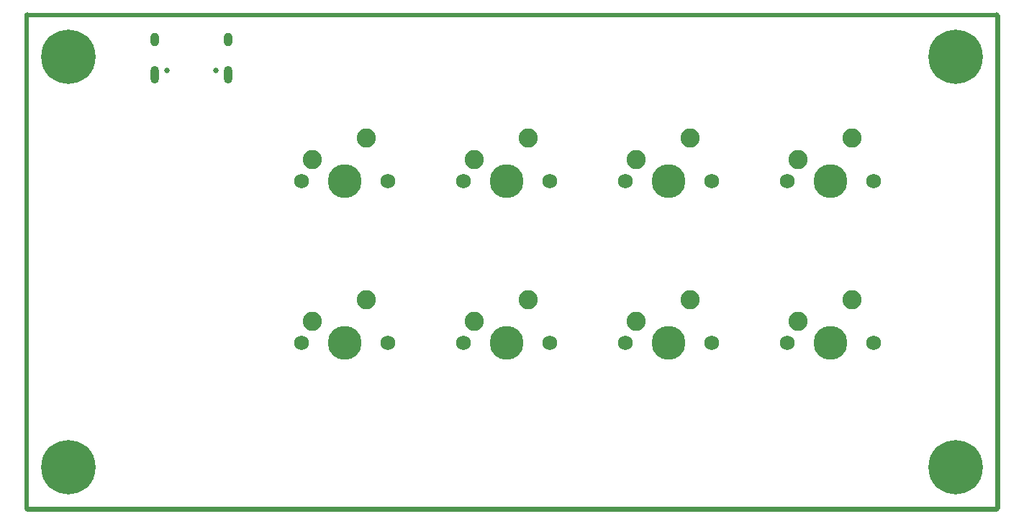
<source format=gbs>
%TF.GenerationSoftware,KiCad,Pcbnew,(5.1.10-1-10_14)*%
%TF.CreationDate,2021-08-27T11:15:08+08:00*%
%TF.ProjectId,SMP v.2,534d5020-762e-4322-9e6b-696361645f70,rev?*%
%TF.SameCoordinates,Original*%
%TF.FileFunction,Soldermask,Bot*%
%TF.FilePolarity,Negative*%
%FSLAX46Y46*%
G04 Gerber Fmt 4.6, Leading zero omitted, Abs format (unit mm)*
G04 Created by KiCad (PCBNEW (5.1.10-1-10_14)) date 2021-08-27 11:15:08*
%MOMM*%
%LPD*%
G01*
G04 APERTURE LIST*
%TA.AperFunction,Profile*%
%ADD10C,0.050000*%
%TD*%
%ADD11C,0.500000*%
%ADD12C,0.650000*%
%ADD13O,1.000000X2.100000*%
%ADD14O,1.000000X1.600000*%
%ADD15C,1.750000*%
%ADD16C,2.250000*%
%ADD17C,3.987800*%
%ADD18C,6.400000*%
G04 APERTURE END LIST*
D10*
X156052520Y-83629500D02*
G75*
G02*
X155727400Y-83954620I-325120J0D01*
G01*
X155727400Y-25214580D02*
G75*
G02*
X156052520Y-25539700I0J-325120D01*
G01*
X41366440Y-25539700D02*
G75*
G02*
X41691560Y-25214580I325120J0D01*
G01*
X41689020Y-83957160D02*
G75*
G02*
X41363900Y-83632040I0J325120D01*
G01*
D11*
X155778200Y-25488900D02*
X155778200Y-83677760D01*
X41640760Y-83677760D02*
X155778200Y-83677760D01*
X41641840Y-25488900D02*
X41640760Y-83677760D01*
X41641840Y-25488900D02*
X155778200Y-25488900D01*
D10*
X41366440Y-25539700D02*
X41363900Y-83632040D01*
X155727400Y-25214580D02*
X41691560Y-25214580D01*
X156052520Y-83629500D02*
X156052520Y-25539700D01*
X41689020Y-83957160D02*
X155727400Y-83954620D01*
D12*
%TO.C,USB1*%
X58084180Y-32017560D03*
X63864180Y-32017560D03*
D13*
X65294180Y-32547560D03*
X56654180Y-32547560D03*
D14*
X65294180Y-28367560D03*
X56654180Y-28367560D03*
%TD*%
D15*
%TO.C,MX8*%
X141265900Y-64136300D03*
X131105900Y-64136300D03*
D16*
X132375900Y-61596300D03*
D17*
X136185900Y-64136300D03*
D16*
X138725900Y-59056300D03*
%TD*%
D18*
%TO.C,H4*%
X46528800Y-78790800D03*
%TD*%
%TO.C,H3*%
X46528800Y-30378400D03*
%TD*%
%TO.C,H2*%
X150901400Y-78790800D03*
%TD*%
%TO.C,H1*%
X150901400Y-30378400D03*
%TD*%
D15*
%TO.C,MX7*%
X122215900Y-64136300D03*
X112055900Y-64136300D03*
D16*
X113325900Y-61596300D03*
D17*
X117135900Y-64136300D03*
D16*
X119675900Y-59056300D03*
%TD*%
D15*
%TO.C,MX6*%
X103165900Y-64136300D03*
X93005900Y-64136300D03*
D16*
X94275900Y-61596300D03*
D17*
X98085900Y-64136300D03*
D16*
X100625900Y-59056300D03*
%TD*%
D15*
%TO.C,MX5*%
X84115900Y-64136300D03*
X73955900Y-64136300D03*
D16*
X75225900Y-61596300D03*
D17*
X79035900Y-64136300D03*
D16*
X81575900Y-59056300D03*
%TD*%
D15*
%TO.C,MX4*%
X141265900Y-45086300D03*
X131105900Y-45086300D03*
D16*
X132375900Y-42546300D03*
D17*
X136185900Y-45086300D03*
D16*
X138725900Y-40006300D03*
%TD*%
D15*
%TO.C,MX3*%
X122215900Y-45086300D03*
X112055900Y-45086300D03*
D16*
X113325900Y-42546300D03*
D17*
X117135900Y-45086300D03*
D16*
X119675900Y-40006300D03*
%TD*%
D15*
%TO.C,MX2*%
X103165900Y-45086300D03*
X93005900Y-45086300D03*
D16*
X94275900Y-42546300D03*
D17*
X98085900Y-45086300D03*
D16*
X100625900Y-40006300D03*
%TD*%
D15*
%TO.C,MX1*%
X84115900Y-45086300D03*
X73955900Y-45086300D03*
D16*
X75225900Y-42546300D03*
D17*
X79035900Y-45086300D03*
D16*
X81575900Y-40006300D03*
%TD*%
M02*

</source>
